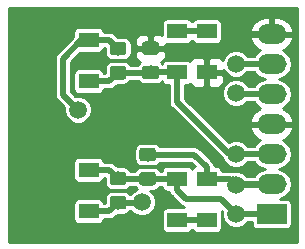
<source format=gbr>
G04 #@! TF.GenerationSoftware,KiCad,Pcbnew,5.0.0*
G04 #@! TF.CreationDate,2018-08-13T16:41:50-03:00*
G04 #@! TF.ProjectId,drv18,64727631382E6B696361645F70636200,rev?*
G04 #@! TF.SameCoordinates,Original*
G04 #@! TF.FileFunction,Copper,L1,Top,Signal*
G04 #@! TF.FilePolarity,Positive*
%FSLAX46Y46*%
G04 Gerber Fmt 4.6, Leading zero omitted, Abs format (unit mm)*
G04 Created by KiCad (PCBNEW 5.0.0) date Mon Aug 13 16:41:50 2018*
%MOMM*%
%LPD*%
G01*
G04 APERTURE LIST*
G04 #@! TA.AperFunction,SMDPad,CuDef*
%ADD10R,1.700000X1.300000*%
G04 #@! TD*
G04 #@! TA.AperFunction,ComponentPad*
%ADD11R,2.500000X1.700000*%
G04 #@! TD*
G04 #@! TA.AperFunction,ComponentPad*
%ADD12O,2.500000X1.700000*%
G04 #@! TD*
G04 #@! TA.AperFunction,Conductor*
%ADD13C,0.100000*%
G04 #@! TD*
G04 #@! TA.AperFunction,SMDPad,CuDef*
%ADD14C,1.150000*%
G04 #@! TD*
G04 #@! TA.AperFunction,ViaPad*
%ADD15C,1.500000*%
G04 #@! TD*
G04 #@! TA.AperFunction,Conductor*
%ADD16C,0.508000*%
G04 #@! TD*
G04 #@! TA.AperFunction,Conductor*
%ADD17C,0.254000*%
G04 #@! TD*
G04 APERTURE END LIST*
D10*
G04 #@! TO.P,D106,1*
G04 #@! TO.N,Net-(D106-Pad1)*
X160750000Y-81500000D03*
G04 #@! TO.P,D106,2*
G04 #@! TO.N,/LG*
X160750000Y-85000000D03*
G04 #@! TD*
G04 #@! TO.P,D107,2*
G04 #@! TO.N,GND*
X163250000Y-85000000D03*
G04 #@! TO.P,D107,1*
G04 #@! TO.N,Net-(D106-Pad1)*
X163250000Y-81500000D03*
G04 #@! TD*
G04 #@! TO.P,D105,1*
G04 #@! TO.N,Net-(D105-Pad1)*
X153250000Y-82250000D03*
G04 #@! TO.P,D105,2*
G04 #@! TO.N,/LG*
X153250000Y-85750000D03*
G04 #@! TD*
G04 #@! TO.P,D103,2*
G04 #@! TO.N,/HG*
X160750000Y-94000000D03*
G04 #@! TO.P,D103,1*
G04 #@! TO.N,Net-(D103-Pad1)*
X160750000Y-97500000D03*
G04 #@! TD*
G04 #@! TO.P,D101,2*
G04 #@! TO.N,/HG*
X153250000Y-93250000D03*
G04 #@! TO.P,D101,1*
G04 #@! TO.N,Net-(D101-Pad1)*
X153250000Y-96750000D03*
G04 #@! TD*
G04 #@! TO.P,D104,1*
G04 #@! TO.N,Net-(D103-Pad1)*
X163250000Y-97500000D03*
G04 #@! TO.P,D104,2*
G04 #@! TO.N,/HS*
X163250000Y-94000000D03*
G04 #@! TD*
D11*
G04 #@! TO.P,J101,1*
G04 #@! TO.N,/HG*
X168750000Y-97000000D03*
D12*
G04 #@! TO.P,J101,2*
G04 #@! TO.N,/HS*
X168750000Y-94460000D03*
G04 #@! TO.P,J101,3*
G04 #@! TO.N,/LG*
X168750000Y-91920000D03*
G04 #@! TO.P,J101,4*
G04 #@! TO.N,GND*
X168750000Y-89380000D03*
G04 #@! TO.P,J101,5*
G04 #@! TO.N,+12V*
X168750000Y-86840000D03*
G04 #@! TO.P,J101,6*
G04 #@! TO.N,/PWM_IN*
X168750000Y-84300000D03*
G04 #@! TO.P,J101,7*
G04 #@! TO.N,GND*
X168750000Y-81760000D03*
G04 #@! TD*
D13*
G04 #@! TO.N,GND*
G04 #@! TO.C,R105*
G36*
X158974505Y-82376204D02*
X158998773Y-82379804D01*
X159022572Y-82385765D01*
X159045671Y-82394030D01*
X159067850Y-82404520D01*
X159088893Y-82417132D01*
X159108599Y-82431747D01*
X159126777Y-82448223D01*
X159143253Y-82466401D01*
X159157868Y-82486107D01*
X159170480Y-82507150D01*
X159180970Y-82529329D01*
X159189235Y-82552428D01*
X159195196Y-82576227D01*
X159198796Y-82600495D01*
X159200000Y-82624999D01*
X159200000Y-83275001D01*
X159198796Y-83299505D01*
X159195196Y-83323773D01*
X159189235Y-83347572D01*
X159180970Y-83370671D01*
X159170480Y-83392850D01*
X159157868Y-83413893D01*
X159143253Y-83433599D01*
X159126777Y-83451777D01*
X159108599Y-83468253D01*
X159088893Y-83482868D01*
X159067850Y-83495480D01*
X159045671Y-83505970D01*
X159022572Y-83514235D01*
X158998773Y-83520196D01*
X158974505Y-83523796D01*
X158950001Y-83525000D01*
X158049999Y-83525000D01*
X158025495Y-83523796D01*
X158001227Y-83520196D01*
X157977428Y-83514235D01*
X157954329Y-83505970D01*
X157932150Y-83495480D01*
X157911107Y-83482868D01*
X157891401Y-83468253D01*
X157873223Y-83451777D01*
X157856747Y-83433599D01*
X157842132Y-83413893D01*
X157829520Y-83392850D01*
X157819030Y-83370671D01*
X157810765Y-83347572D01*
X157804804Y-83323773D01*
X157801204Y-83299505D01*
X157800000Y-83275001D01*
X157800000Y-82624999D01*
X157801204Y-82600495D01*
X157804804Y-82576227D01*
X157810765Y-82552428D01*
X157819030Y-82529329D01*
X157829520Y-82507150D01*
X157842132Y-82486107D01*
X157856747Y-82466401D01*
X157873223Y-82448223D01*
X157891401Y-82431747D01*
X157911107Y-82417132D01*
X157932150Y-82404520D01*
X157954329Y-82394030D01*
X157977428Y-82385765D01*
X158001227Y-82379804D01*
X158025495Y-82376204D01*
X158049999Y-82375000D01*
X158950001Y-82375000D01*
X158974505Y-82376204D01*
X158974505Y-82376204D01*
G37*
D14*
G04 #@! TD*
G04 #@! TO.P,R105,2*
G04 #@! TO.N,GND*
X158500000Y-82950000D03*
D13*
G04 #@! TO.N,/LG*
G04 #@! TO.C,R105*
G36*
X158974505Y-84426204D02*
X158998773Y-84429804D01*
X159022572Y-84435765D01*
X159045671Y-84444030D01*
X159067850Y-84454520D01*
X159088893Y-84467132D01*
X159108599Y-84481747D01*
X159126777Y-84498223D01*
X159143253Y-84516401D01*
X159157868Y-84536107D01*
X159170480Y-84557150D01*
X159180970Y-84579329D01*
X159189235Y-84602428D01*
X159195196Y-84626227D01*
X159198796Y-84650495D01*
X159200000Y-84674999D01*
X159200000Y-85325001D01*
X159198796Y-85349505D01*
X159195196Y-85373773D01*
X159189235Y-85397572D01*
X159180970Y-85420671D01*
X159170480Y-85442850D01*
X159157868Y-85463893D01*
X159143253Y-85483599D01*
X159126777Y-85501777D01*
X159108599Y-85518253D01*
X159088893Y-85532868D01*
X159067850Y-85545480D01*
X159045671Y-85555970D01*
X159022572Y-85564235D01*
X158998773Y-85570196D01*
X158974505Y-85573796D01*
X158950001Y-85575000D01*
X158049999Y-85575000D01*
X158025495Y-85573796D01*
X158001227Y-85570196D01*
X157977428Y-85564235D01*
X157954329Y-85555970D01*
X157932150Y-85545480D01*
X157911107Y-85532868D01*
X157891401Y-85518253D01*
X157873223Y-85501777D01*
X157856747Y-85483599D01*
X157842132Y-85463893D01*
X157829520Y-85442850D01*
X157819030Y-85420671D01*
X157810765Y-85397572D01*
X157804804Y-85373773D01*
X157801204Y-85349505D01*
X157800000Y-85325001D01*
X157800000Y-84674999D01*
X157801204Y-84650495D01*
X157804804Y-84626227D01*
X157810765Y-84602428D01*
X157819030Y-84579329D01*
X157829520Y-84557150D01*
X157842132Y-84536107D01*
X157856747Y-84516401D01*
X157873223Y-84498223D01*
X157891401Y-84481747D01*
X157911107Y-84467132D01*
X157932150Y-84454520D01*
X157954329Y-84444030D01*
X157977428Y-84435765D01*
X158001227Y-84429804D01*
X158025495Y-84426204D01*
X158049999Y-84425000D01*
X158950001Y-84425000D01*
X158974505Y-84426204D01*
X158974505Y-84426204D01*
G37*
D14*
G04 #@! TD*
G04 #@! TO.P,R105,1*
G04 #@! TO.N,/LG*
X158500000Y-85000000D03*
D13*
G04 #@! TO.N,/HG*
G04 #@! TO.C,R101*
G36*
X158724505Y-93426204D02*
X158748773Y-93429804D01*
X158772572Y-93435765D01*
X158795671Y-93444030D01*
X158817850Y-93454520D01*
X158838893Y-93467132D01*
X158858599Y-93481747D01*
X158876777Y-93498223D01*
X158893253Y-93516401D01*
X158907868Y-93536107D01*
X158920480Y-93557150D01*
X158930970Y-93579329D01*
X158939235Y-93602428D01*
X158945196Y-93626227D01*
X158948796Y-93650495D01*
X158950000Y-93674999D01*
X158950000Y-94325001D01*
X158948796Y-94349505D01*
X158945196Y-94373773D01*
X158939235Y-94397572D01*
X158930970Y-94420671D01*
X158920480Y-94442850D01*
X158907868Y-94463893D01*
X158893253Y-94483599D01*
X158876777Y-94501777D01*
X158858599Y-94518253D01*
X158838893Y-94532868D01*
X158817850Y-94545480D01*
X158795671Y-94555970D01*
X158772572Y-94564235D01*
X158748773Y-94570196D01*
X158724505Y-94573796D01*
X158700001Y-94575000D01*
X157799999Y-94575000D01*
X157775495Y-94573796D01*
X157751227Y-94570196D01*
X157727428Y-94564235D01*
X157704329Y-94555970D01*
X157682150Y-94545480D01*
X157661107Y-94532868D01*
X157641401Y-94518253D01*
X157623223Y-94501777D01*
X157606747Y-94483599D01*
X157592132Y-94463893D01*
X157579520Y-94442850D01*
X157569030Y-94420671D01*
X157560765Y-94397572D01*
X157554804Y-94373773D01*
X157551204Y-94349505D01*
X157550000Y-94325001D01*
X157550000Y-93674999D01*
X157551204Y-93650495D01*
X157554804Y-93626227D01*
X157560765Y-93602428D01*
X157569030Y-93579329D01*
X157579520Y-93557150D01*
X157592132Y-93536107D01*
X157606747Y-93516401D01*
X157623223Y-93498223D01*
X157641401Y-93481747D01*
X157661107Y-93467132D01*
X157682150Y-93454520D01*
X157704329Y-93444030D01*
X157727428Y-93435765D01*
X157751227Y-93429804D01*
X157775495Y-93426204D01*
X157799999Y-93425000D01*
X158700001Y-93425000D01*
X158724505Y-93426204D01*
X158724505Y-93426204D01*
G37*
D14*
G04 #@! TD*
G04 #@! TO.P,R101,2*
G04 #@! TO.N,/HG*
X158250000Y-94000000D03*
D13*
G04 #@! TO.N,/HS*
G04 #@! TO.C,R101*
G36*
X158724505Y-91376204D02*
X158748773Y-91379804D01*
X158772572Y-91385765D01*
X158795671Y-91394030D01*
X158817850Y-91404520D01*
X158838893Y-91417132D01*
X158858599Y-91431747D01*
X158876777Y-91448223D01*
X158893253Y-91466401D01*
X158907868Y-91486107D01*
X158920480Y-91507150D01*
X158930970Y-91529329D01*
X158939235Y-91552428D01*
X158945196Y-91576227D01*
X158948796Y-91600495D01*
X158950000Y-91624999D01*
X158950000Y-92275001D01*
X158948796Y-92299505D01*
X158945196Y-92323773D01*
X158939235Y-92347572D01*
X158930970Y-92370671D01*
X158920480Y-92392850D01*
X158907868Y-92413893D01*
X158893253Y-92433599D01*
X158876777Y-92451777D01*
X158858599Y-92468253D01*
X158838893Y-92482868D01*
X158817850Y-92495480D01*
X158795671Y-92505970D01*
X158772572Y-92514235D01*
X158748773Y-92520196D01*
X158724505Y-92523796D01*
X158700001Y-92525000D01*
X157799999Y-92525000D01*
X157775495Y-92523796D01*
X157751227Y-92520196D01*
X157727428Y-92514235D01*
X157704329Y-92505970D01*
X157682150Y-92495480D01*
X157661107Y-92482868D01*
X157641401Y-92468253D01*
X157623223Y-92451777D01*
X157606747Y-92433599D01*
X157592132Y-92413893D01*
X157579520Y-92392850D01*
X157569030Y-92370671D01*
X157560765Y-92347572D01*
X157554804Y-92323773D01*
X157551204Y-92299505D01*
X157550000Y-92275001D01*
X157550000Y-91624999D01*
X157551204Y-91600495D01*
X157554804Y-91576227D01*
X157560765Y-91552428D01*
X157569030Y-91529329D01*
X157579520Y-91507150D01*
X157592132Y-91486107D01*
X157606747Y-91466401D01*
X157623223Y-91448223D01*
X157641401Y-91431747D01*
X157661107Y-91417132D01*
X157682150Y-91404520D01*
X157704329Y-91394030D01*
X157727428Y-91385765D01*
X157751227Y-91379804D01*
X157775495Y-91376204D01*
X157799999Y-91375000D01*
X158700001Y-91375000D01*
X158724505Y-91376204D01*
X158724505Y-91376204D01*
G37*
D14*
G04 #@! TD*
G04 #@! TO.P,R101,1*
G04 #@! TO.N,/HS*
X158250000Y-91950000D03*
D13*
G04 #@! TO.N,/HG*
G04 #@! TO.C,R102*
G36*
X156224505Y-93401204D02*
X156248773Y-93404804D01*
X156272572Y-93410765D01*
X156295671Y-93419030D01*
X156317850Y-93429520D01*
X156338893Y-93442132D01*
X156358599Y-93456747D01*
X156376777Y-93473223D01*
X156393253Y-93491401D01*
X156407868Y-93511107D01*
X156420480Y-93532150D01*
X156430970Y-93554329D01*
X156439235Y-93577428D01*
X156445196Y-93601227D01*
X156448796Y-93625495D01*
X156450000Y-93649999D01*
X156450000Y-94300001D01*
X156448796Y-94324505D01*
X156445196Y-94348773D01*
X156439235Y-94372572D01*
X156430970Y-94395671D01*
X156420480Y-94417850D01*
X156407868Y-94438893D01*
X156393253Y-94458599D01*
X156376777Y-94476777D01*
X156358599Y-94493253D01*
X156338893Y-94507868D01*
X156317850Y-94520480D01*
X156295671Y-94530970D01*
X156272572Y-94539235D01*
X156248773Y-94545196D01*
X156224505Y-94548796D01*
X156200001Y-94550000D01*
X155299999Y-94550000D01*
X155275495Y-94548796D01*
X155251227Y-94545196D01*
X155227428Y-94539235D01*
X155204329Y-94530970D01*
X155182150Y-94520480D01*
X155161107Y-94507868D01*
X155141401Y-94493253D01*
X155123223Y-94476777D01*
X155106747Y-94458599D01*
X155092132Y-94438893D01*
X155079520Y-94417850D01*
X155069030Y-94395671D01*
X155060765Y-94372572D01*
X155054804Y-94348773D01*
X155051204Y-94324505D01*
X155050000Y-94300001D01*
X155050000Y-93649999D01*
X155051204Y-93625495D01*
X155054804Y-93601227D01*
X155060765Y-93577428D01*
X155069030Y-93554329D01*
X155079520Y-93532150D01*
X155092132Y-93511107D01*
X155106747Y-93491401D01*
X155123223Y-93473223D01*
X155141401Y-93456747D01*
X155161107Y-93442132D01*
X155182150Y-93429520D01*
X155204329Y-93419030D01*
X155227428Y-93410765D01*
X155251227Y-93404804D01*
X155275495Y-93401204D01*
X155299999Y-93400000D01*
X156200001Y-93400000D01*
X156224505Y-93401204D01*
X156224505Y-93401204D01*
G37*
D14*
G04 #@! TD*
G04 #@! TO.P,R102,1*
G04 #@! TO.N,/HG*
X155750000Y-93975000D03*
D13*
G04 #@! TO.N,Net-(D101-Pad1)*
G04 #@! TO.C,R102*
G36*
X156224505Y-95451204D02*
X156248773Y-95454804D01*
X156272572Y-95460765D01*
X156295671Y-95469030D01*
X156317850Y-95479520D01*
X156338893Y-95492132D01*
X156358599Y-95506747D01*
X156376777Y-95523223D01*
X156393253Y-95541401D01*
X156407868Y-95561107D01*
X156420480Y-95582150D01*
X156430970Y-95604329D01*
X156439235Y-95627428D01*
X156445196Y-95651227D01*
X156448796Y-95675495D01*
X156450000Y-95699999D01*
X156450000Y-96350001D01*
X156448796Y-96374505D01*
X156445196Y-96398773D01*
X156439235Y-96422572D01*
X156430970Y-96445671D01*
X156420480Y-96467850D01*
X156407868Y-96488893D01*
X156393253Y-96508599D01*
X156376777Y-96526777D01*
X156358599Y-96543253D01*
X156338893Y-96557868D01*
X156317850Y-96570480D01*
X156295671Y-96580970D01*
X156272572Y-96589235D01*
X156248773Y-96595196D01*
X156224505Y-96598796D01*
X156200001Y-96600000D01*
X155299999Y-96600000D01*
X155275495Y-96598796D01*
X155251227Y-96595196D01*
X155227428Y-96589235D01*
X155204329Y-96580970D01*
X155182150Y-96570480D01*
X155161107Y-96557868D01*
X155141401Y-96543253D01*
X155123223Y-96526777D01*
X155106747Y-96508599D01*
X155092132Y-96488893D01*
X155079520Y-96467850D01*
X155069030Y-96445671D01*
X155060765Y-96422572D01*
X155054804Y-96398773D01*
X155051204Y-96374505D01*
X155050000Y-96350001D01*
X155050000Y-95699999D01*
X155051204Y-95675495D01*
X155054804Y-95651227D01*
X155060765Y-95627428D01*
X155069030Y-95604329D01*
X155079520Y-95582150D01*
X155092132Y-95561107D01*
X155106747Y-95541401D01*
X155123223Y-95523223D01*
X155141401Y-95506747D01*
X155161107Y-95492132D01*
X155182150Y-95479520D01*
X155204329Y-95469030D01*
X155227428Y-95460765D01*
X155251227Y-95454804D01*
X155275495Y-95451204D01*
X155299999Y-95450000D01*
X156200001Y-95450000D01*
X156224505Y-95451204D01*
X156224505Y-95451204D01*
G37*
D14*
G04 #@! TD*
G04 #@! TO.P,R102,2*
G04 #@! TO.N,Net-(D101-Pad1)*
X155750000Y-96025000D03*
D13*
G04 #@! TO.N,/LG*
G04 #@! TO.C,R104*
G36*
X156224505Y-84451204D02*
X156248773Y-84454804D01*
X156272572Y-84460765D01*
X156295671Y-84469030D01*
X156317850Y-84479520D01*
X156338893Y-84492132D01*
X156358599Y-84506747D01*
X156376777Y-84523223D01*
X156393253Y-84541401D01*
X156407868Y-84561107D01*
X156420480Y-84582150D01*
X156430970Y-84604329D01*
X156439235Y-84627428D01*
X156445196Y-84651227D01*
X156448796Y-84675495D01*
X156450000Y-84699999D01*
X156450000Y-85350001D01*
X156448796Y-85374505D01*
X156445196Y-85398773D01*
X156439235Y-85422572D01*
X156430970Y-85445671D01*
X156420480Y-85467850D01*
X156407868Y-85488893D01*
X156393253Y-85508599D01*
X156376777Y-85526777D01*
X156358599Y-85543253D01*
X156338893Y-85557868D01*
X156317850Y-85570480D01*
X156295671Y-85580970D01*
X156272572Y-85589235D01*
X156248773Y-85595196D01*
X156224505Y-85598796D01*
X156200001Y-85600000D01*
X155299999Y-85600000D01*
X155275495Y-85598796D01*
X155251227Y-85595196D01*
X155227428Y-85589235D01*
X155204329Y-85580970D01*
X155182150Y-85570480D01*
X155161107Y-85557868D01*
X155141401Y-85543253D01*
X155123223Y-85526777D01*
X155106747Y-85508599D01*
X155092132Y-85488893D01*
X155079520Y-85467850D01*
X155069030Y-85445671D01*
X155060765Y-85422572D01*
X155054804Y-85398773D01*
X155051204Y-85374505D01*
X155050000Y-85350001D01*
X155050000Y-84699999D01*
X155051204Y-84675495D01*
X155054804Y-84651227D01*
X155060765Y-84627428D01*
X155069030Y-84604329D01*
X155079520Y-84582150D01*
X155092132Y-84561107D01*
X155106747Y-84541401D01*
X155123223Y-84523223D01*
X155141401Y-84506747D01*
X155161107Y-84492132D01*
X155182150Y-84479520D01*
X155204329Y-84469030D01*
X155227428Y-84460765D01*
X155251227Y-84454804D01*
X155275495Y-84451204D01*
X155299999Y-84450000D01*
X156200001Y-84450000D01*
X156224505Y-84451204D01*
X156224505Y-84451204D01*
G37*
D14*
G04 #@! TD*
G04 #@! TO.P,R104,1*
G04 #@! TO.N,/LG*
X155750000Y-85025000D03*
D13*
G04 #@! TO.N,Net-(D105-Pad1)*
G04 #@! TO.C,R104*
G36*
X156224505Y-82401204D02*
X156248773Y-82404804D01*
X156272572Y-82410765D01*
X156295671Y-82419030D01*
X156317850Y-82429520D01*
X156338893Y-82442132D01*
X156358599Y-82456747D01*
X156376777Y-82473223D01*
X156393253Y-82491401D01*
X156407868Y-82511107D01*
X156420480Y-82532150D01*
X156430970Y-82554329D01*
X156439235Y-82577428D01*
X156445196Y-82601227D01*
X156448796Y-82625495D01*
X156450000Y-82649999D01*
X156450000Y-83300001D01*
X156448796Y-83324505D01*
X156445196Y-83348773D01*
X156439235Y-83372572D01*
X156430970Y-83395671D01*
X156420480Y-83417850D01*
X156407868Y-83438893D01*
X156393253Y-83458599D01*
X156376777Y-83476777D01*
X156358599Y-83493253D01*
X156338893Y-83507868D01*
X156317850Y-83520480D01*
X156295671Y-83530970D01*
X156272572Y-83539235D01*
X156248773Y-83545196D01*
X156224505Y-83548796D01*
X156200001Y-83550000D01*
X155299999Y-83550000D01*
X155275495Y-83548796D01*
X155251227Y-83545196D01*
X155227428Y-83539235D01*
X155204329Y-83530970D01*
X155182150Y-83520480D01*
X155161107Y-83507868D01*
X155141401Y-83493253D01*
X155123223Y-83476777D01*
X155106747Y-83458599D01*
X155092132Y-83438893D01*
X155079520Y-83417850D01*
X155069030Y-83395671D01*
X155060765Y-83372572D01*
X155054804Y-83348773D01*
X155051204Y-83324505D01*
X155050000Y-83300001D01*
X155050000Y-82649999D01*
X155051204Y-82625495D01*
X155054804Y-82601227D01*
X155060765Y-82577428D01*
X155069030Y-82554329D01*
X155079520Y-82532150D01*
X155092132Y-82511107D01*
X155106747Y-82491401D01*
X155123223Y-82473223D01*
X155141401Y-82456747D01*
X155161107Y-82442132D01*
X155182150Y-82429520D01*
X155204329Y-82419030D01*
X155227428Y-82410765D01*
X155251227Y-82404804D01*
X155275495Y-82401204D01*
X155299999Y-82400000D01*
X156200001Y-82400000D01*
X156224505Y-82401204D01*
X156224505Y-82401204D01*
G37*
D14*
G04 #@! TD*
G04 #@! TO.P,R104,2*
G04 #@! TO.N,Net-(D105-Pad1)*
X155750000Y-82975000D03*
D15*
G04 #@! TO.N,/LG*
X165750000Y-91920000D03*
G04 #@! TO.N,Net-(D105-Pad1)*
X152342000Y-88144000D03*
G04 #@! TO.N,GND*
X165750000Y-81750000D03*
X165750000Y-89500000D03*
G04 #@! TO.N,/HG*
X165750000Y-97000000D03*
G04 #@! TO.N,Net-(D101-Pad1)*
X157750000Y-96000000D03*
G04 #@! TO.N,/HS*
X165750000Y-94500000D03*
G04 #@! TO.N,+12V*
X165750000Y-86750000D03*
G04 #@! TO.N,/PWM_IN*
X165750000Y-84250000D03*
G04 #@! TD*
D16*
G04 #@! TO.N,/LG*
X160750000Y-85000000D02*
X160750000Y-87500000D01*
X160750000Y-87500000D02*
X165170000Y-91920000D01*
X155025000Y-85750000D02*
X155750000Y-85025000D01*
X153250000Y-85750000D02*
X155025000Y-85750000D01*
X158475000Y-85025000D02*
X158500000Y-85000000D01*
X155750000Y-85025000D02*
X158475000Y-85025000D01*
X158500000Y-85000000D02*
X160750000Y-85000000D01*
X168750000Y-91920000D02*
X165750000Y-91920000D01*
X165170000Y-91920000D02*
X165750000Y-91920000D01*
G04 #@! TO.N,Net-(D105-Pad1)*
X155025000Y-82250000D02*
X155750000Y-82975000D01*
X153250000Y-82250000D02*
X155025000Y-82250000D01*
X151072000Y-83826000D02*
X151072000Y-86874000D01*
X151072000Y-86874000D02*
X152342000Y-88144000D01*
X153250000Y-82250000D02*
X152648000Y-82250000D01*
X152648000Y-82250000D02*
X151072000Y-83826000D01*
G04 #@! TO.N,GND*
X168750000Y-81760000D02*
X165760000Y-81760000D01*
X165760000Y-81760000D02*
X165750000Y-81750000D01*
G04 #@! TO.N,/HG*
X155775000Y-94000000D02*
X155750000Y-93975000D01*
X158250000Y-94000000D02*
X155775000Y-94000000D01*
X155025000Y-93250000D02*
X155750000Y-93975000D01*
X153250000Y-93250000D02*
X155025000Y-93250000D01*
X158250000Y-94000000D02*
X160750000Y-94000000D01*
X160750000Y-94000000D02*
X160750000Y-94954800D01*
X168750000Y-97000000D02*
X165750000Y-97000000D01*
X164500000Y-95750000D02*
X165000001Y-96250001D01*
X165000001Y-96250001D02*
X165750000Y-97000000D01*
X161545200Y-95750000D02*
X164500000Y-95750000D01*
X160750000Y-94954800D02*
X161545200Y-95750000D01*
G04 #@! TO.N,Net-(D101-Pad1)*
X157725000Y-96025000D02*
X157750000Y-96000000D01*
X155750000Y-96025000D02*
X157725000Y-96025000D01*
X155025000Y-96750000D02*
X155750000Y-96025000D01*
X153250000Y-96750000D02*
X155025000Y-96750000D01*
G04 #@! TO.N,/HS*
X168710000Y-94500000D02*
X168750000Y-94460000D01*
X166000000Y-94500000D02*
X168710000Y-94500000D01*
X166000000Y-94500000D02*
X165500000Y-94000000D01*
X163250000Y-93000000D02*
X163250000Y-94000000D01*
X158250000Y-91950000D02*
X162200000Y-91950000D01*
X162200000Y-91950000D02*
X163250000Y-93000000D01*
X165500000Y-94000000D02*
X165750000Y-94250000D01*
X165790000Y-94460000D02*
X165750000Y-94500000D01*
X168750000Y-94460000D02*
X165790000Y-94460000D01*
X165750000Y-94250000D02*
X165750000Y-94500000D01*
X165250000Y-94000000D02*
X165750000Y-94500000D01*
X163250000Y-94000000D02*
X165250000Y-94000000D01*
G04 #@! TO.N,Net-(D106-Pad1)*
X163250000Y-81500000D02*
X160750000Y-81500000D01*
G04 #@! TO.N,+12V*
X165839996Y-86839996D02*
X165750000Y-86750000D01*
X165839996Y-86840000D02*
X165839996Y-86839996D01*
X165840000Y-86840000D02*
X165750000Y-86750000D01*
X168750000Y-86840000D02*
X165840000Y-86840000D01*
G04 #@! TO.N,/PWM_IN*
X168750000Y-84300000D02*
X165800000Y-84300000D01*
X165800000Y-84300000D02*
X165750000Y-84250000D01*
G04 #@! TO.N,Net-(D103-Pad1)*
X163250000Y-97500000D02*
X160750000Y-97500000D01*
G04 #@! TD*
D17*
G04 #@! TO.N,GND*
G36*
X170885201Y-99321200D02*
X146498800Y-99321200D01*
X146498800Y-83826000D01*
X150372765Y-83826000D01*
X150386200Y-83893542D01*
X150386201Y-86806453D01*
X150372765Y-86874000D01*
X150425991Y-87141585D01*
X150425992Y-87141586D01*
X150577567Y-87368434D01*
X150634830Y-87406696D01*
X151160200Y-87932066D01*
X151160200Y-88379075D01*
X151340118Y-88813436D01*
X151672564Y-89145882D01*
X152106925Y-89325800D01*
X152577075Y-89325800D01*
X153011436Y-89145882D01*
X153343882Y-88813436D01*
X153523800Y-88379075D01*
X153523800Y-87908925D01*
X153343882Y-87474564D01*
X153011436Y-87142118D01*
X152577075Y-86962200D01*
X152130066Y-86962200D01*
X151757800Y-86589934D01*
X151757800Y-85100000D01*
X151959741Y-85100000D01*
X151959741Y-86400000D01*
X151993254Y-86568480D01*
X152088690Y-86711310D01*
X152231520Y-86806746D01*
X152400000Y-86840259D01*
X154100000Y-86840259D01*
X154268480Y-86806746D01*
X154411310Y-86711310D01*
X154506746Y-86568480D01*
X154533138Y-86435800D01*
X154957458Y-86435800D01*
X155025000Y-86449235D01*
X155092542Y-86435800D01*
X155092543Y-86435800D01*
X155292586Y-86396009D01*
X155519434Y-86244434D01*
X155557697Y-86187169D01*
X155704608Y-86040259D01*
X156200001Y-86040259D01*
X156464151Y-85987716D01*
X156688087Y-85838087D01*
X156773137Y-85710800D01*
X157493567Y-85710800D01*
X157561913Y-85813087D01*
X157785849Y-85962716D01*
X158049999Y-86015259D01*
X158950001Y-86015259D01*
X159214151Y-85962716D01*
X159438087Y-85813087D01*
X159479772Y-85750701D01*
X159493254Y-85818480D01*
X159588690Y-85961310D01*
X159731520Y-86056746D01*
X159900000Y-86090259D01*
X160064200Y-86090259D01*
X160064201Y-87432453D01*
X160050765Y-87500000D01*
X160103991Y-87767585D01*
X160103992Y-87767586D01*
X160255567Y-87994434D01*
X160312830Y-88032696D01*
X164637304Y-92357171D01*
X164675566Y-92414434D01*
X164675654Y-92414493D01*
X164748118Y-92589436D01*
X165080564Y-92921882D01*
X165514925Y-93101800D01*
X165985075Y-93101800D01*
X166419436Y-92921882D01*
X166735518Y-92605800D01*
X167266630Y-92605800D01*
X167425874Y-92844126D01*
X167849867Y-93127428D01*
X168164437Y-93190000D01*
X167849867Y-93252572D01*
X167425874Y-93535874D01*
X167266630Y-93774200D01*
X166695518Y-93774200D01*
X166419436Y-93498118D01*
X165985075Y-93318200D01*
X165587652Y-93318200D01*
X165500000Y-93300765D01*
X165375000Y-93325629D01*
X165317543Y-93314200D01*
X165317542Y-93314200D01*
X165250000Y-93300765D01*
X165182458Y-93314200D01*
X164533138Y-93314200D01*
X164506746Y-93181520D01*
X164411310Y-93038690D01*
X164268480Y-92943254D01*
X164100000Y-92909741D01*
X163931282Y-92909741D01*
X163896009Y-92732414D01*
X163804865Y-92596009D01*
X163744433Y-92505566D01*
X163687173Y-92467306D01*
X162732698Y-91512832D01*
X162694434Y-91455566D01*
X162467586Y-91303991D01*
X162267543Y-91264200D01*
X162267542Y-91264200D01*
X162200000Y-91250765D01*
X162132458Y-91264200D01*
X159273137Y-91264200D01*
X159188087Y-91136913D01*
X158964151Y-90987284D01*
X158700001Y-90934741D01*
X157799999Y-90934741D01*
X157535849Y-90987284D01*
X157311913Y-91136913D01*
X157162284Y-91360849D01*
X157109741Y-91624999D01*
X157109741Y-92275001D01*
X157162284Y-92539151D01*
X157311913Y-92763087D01*
X157535849Y-92912716D01*
X157799999Y-92965259D01*
X158700001Y-92965259D01*
X158964151Y-92912716D01*
X159188087Y-92763087D01*
X159273137Y-92635800D01*
X161915934Y-92635800D01*
X162226645Y-92946511D01*
X162088690Y-93038690D01*
X162000000Y-93171424D01*
X161911310Y-93038690D01*
X161768480Y-92943254D01*
X161600000Y-92909741D01*
X159900000Y-92909741D01*
X159731520Y-92943254D01*
X159588690Y-93038690D01*
X159493254Y-93181520D01*
X159466862Y-93314200D01*
X159273137Y-93314200D01*
X159188087Y-93186913D01*
X158964151Y-93037284D01*
X158700001Y-92984741D01*
X157799999Y-92984741D01*
X157535849Y-93037284D01*
X157311913Y-93186913D01*
X157226863Y-93314200D01*
X156789842Y-93314200D01*
X156688087Y-93161913D01*
X156464151Y-93012284D01*
X156200001Y-92959741D01*
X155704608Y-92959741D01*
X155557697Y-92812831D01*
X155519434Y-92755566D01*
X155292586Y-92603991D01*
X155092543Y-92564200D01*
X155092542Y-92564200D01*
X155025000Y-92550765D01*
X154957458Y-92564200D01*
X154533138Y-92564200D01*
X154506746Y-92431520D01*
X154411310Y-92288690D01*
X154268480Y-92193254D01*
X154100000Y-92159741D01*
X152400000Y-92159741D01*
X152231520Y-92193254D01*
X152088690Y-92288690D01*
X151993254Y-92431520D01*
X151959741Y-92600000D01*
X151959741Y-93900000D01*
X151993254Y-94068480D01*
X152088690Y-94211310D01*
X152231520Y-94306746D01*
X152400000Y-94340259D01*
X154100000Y-94340259D01*
X154268480Y-94306746D01*
X154411310Y-94211310D01*
X154506746Y-94068480D01*
X154533138Y-93935800D01*
X154609741Y-93935800D01*
X154609741Y-94300001D01*
X154662284Y-94564151D01*
X154811913Y-94788087D01*
X155035849Y-94937716D01*
X155299999Y-94990259D01*
X156200001Y-94990259D01*
X156464151Y-94937716D01*
X156688087Y-94788087D01*
X156756433Y-94685800D01*
X157226863Y-94685800D01*
X157311913Y-94813087D01*
X157394326Y-94868154D01*
X157080564Y-94998118D01*
X156759657Y-95319025D01*
X156688087Y-95211913D01*
X156464151Y-95062284D01*
X156200001Y-95009741D01*
X155299999Y-95009741D01*
X155035849Y-95062284D01*
X154811913Y-95211913D01*
X154662284Y-95435849D01*
X154609741Y-95699999D01*
X154609741Y-96064200D01*
X154533138Y-96064200D01*
X154506746Y-95931520D01*
X154411310Y-95788690D01*
X154268480Y-95693254D01*
X154100000Y-95659741D01*
X152400000Y-95659741D01*
X152231520Y-95693254D01*
X152088690Y-95788690D01*
X151993254Y-95931520D01*
X151959741Y-96100000D01*
X151959741Y-97400000D01*
X151993254Y-97568480D01*
X152088690Y-97711310D01*
X152231520Y-97806746D01*
X152400000Y-97840259D01*
X154100000Y-97840259D01*
X154268480Y-97806746D01*
X154411310Y-97711310D01*
X154506746Y-97568480D01*
X154533138Y-97435800D01*
X154957458Y-97435800D01*
X155025000Y-97449235D01*
X155092542Y-97435800D01*
X155092543Y-97435800D01*
X155292586Y-97396009D01*
X155519434Y-97244434D01*
X155557697Y-97187169D01*
X155704608Y-97040259D01*
X156200001Y-97040259D01*
X156464151Y-96987716D01*
X156688087Y-96838087D01*
X156773137Y-96710800D01*
X156789482Y-96710800D01*
X157080564Y-97001882D01*
X157514925Y-97181800D01*
X157985075Y-97181800D01*
X158419436Y-97001882D01*
X158751882Y-96669436D01*
X158931800Y-96235075D01*
X158931800Y-95764925D01*
X158751882Y-95330564D01*
X158436577Y-95015259D01*
X158700001Y-95015259D01*
X158964151Y-94962716D01*
X159188087Y-94813087D01*
X159273137Y-94685800D01*
X159466862Y-94685800D01*
X159493254Y-94818480D01*
X159588690Y-94961310D01*
X159731520Y-95056746D01*
X159900000Y-95090259D01*
X160077709Y-95090259D01*
X160103991Y-95222385D01*
X160103992Y-95222386D01*
X160255567Y-95449234D01*
X160312829Y-95487495D01*
X161012505Y-96187173D01*
X161050766Y-96244434D01*
X161108026Y-96282694D01*
X161153123Y-96312827D01*
X161277614Y-96396009D01*
X161346649Y-96409741D01*
X159900000Y-96409741D01*
X159731520Y-96443254D01*
X159588690Y-96538690D01*
X159493254Y-96681520D01*
X159459741Y-96850000D01*
X159459741Y-98150000D01*
X159493254Y-98318480D01*
X159588690Y-98461310D01*
X159731520Y-98556746D01*
X159900000Y-98590259D01*
X161600000Y-98590259D01*
X161768480Y-98556746D01*
X161911310Y-98461310D01*
X162000000Y-98328576D01*
X162088690Y-98461310D01*
X162231520Y-98556746D01*
X162400000Y-98590259D01*
X164100000Y-98590259D01*
X164268480Y-98556746D01*
X164411310Y-98461310D01*
X164506746Y-98318480D01*
X164540259Y-98150000D01*
X164540259Y-96850000D01*
X164517943Y-96737810D01*
X164562829Y-96782696D01*
X164568200Y-96788066D01*
X164568200Y-97235075D01*
X164748118Y-97669436D01*
X165080564Y-98001882D01*
X165514925Y-98181800D01*
X165985075Y-98181800D01*
X166419436Y-98001882D01*
X166735518Y-97685800D01*
X167059741Y-97685800D01*
X167059741Y-97850000D01*
X167093254Y-98018480D01*
X167188690Y-98161310D01*
X167331520Y-98256746D01*
X167500000Y-98290259D01*
X170000000Y-98290259D01*
X170168480Y-98256746D01*
X170311310Y-98161310D01*
X170406746Y-98018480D01*
X170440259Y-97850000D01*
X170440259Y-96150000D01*
X170406746Y-95981520D01*
X170311310Y-95838690D01*
X170168480Y-95743254D01*
X170000000Y-95709741D01*
X169437412Y-95709741D01*
X169650133Y-95667428D01*
X170074126Y-95384126D01*
X170357428Y-94960133D01*
X170456911Y-94460000D01*
X170357428Y-93959867D01*
X170074126Y-93535874D01*
X169650133Y-93252572D01*
X169335563Y-93190000D01*
X169650133Y-93127428D01*
X170074126Y-92844126D01*
X170357428Y-92420133D01*
X170456911Y-91920000D01*
X170357428Y-91419867D01*
X170074126Y-90995874D01*
X169696564Y-90743596D01*
X169835618Y-90703360D01*
X170289856Y-90340251D01*
X170570562Y-89830952D01*
X170591476Y-89736890D01*
X170470155Y-89507000D01*
X168877000Y-89507000D01*
X168877000Y-89527000D01*
X168623000Y-89527000D01*
X168623000Y-89507000D01*
X167029845Y-89507000D01*
X166908524Y-89736890D01*
X166929438Y-89830952D01*
X167210144Y-90340251D01*
X167664382Y-90703360D01*
X167803436Y-90743596D01*
X167425874Y-90995874D01*
X167266630Y-91234200D01*
X166735518Y-91234200D01*
X166419436Y-90918118D01*
X165985075Y-90738200D01*
X165514925Y-90738200D01*
X165121167Y-90901300D01*
X161435800Y-87215934D01*
X161435800Y-86090259D01*
X161600000Y-86090259D01*
X161768480Y-86056746D01*
X161856735Y-85997776D01*
X161861673Y-86009698D01*
X162040301Y-86188327D01*
X162273690Y-86285000D01*
X162964250Y-86285000D01*
X163123000Y-86126250D01*
X163123000Y-85127000D01*
X163377000Y-85127000D01*
X163377000Y-86126250D01*
X163535750Y-86285000D01*
X164226310Y-86285000D01*
X164459699Y-86188327D01*
X164638327Y-86009698D01*
X164735000Y-85776309D01*
X164735000Y-85285750D01*
X164576250Y-85127000D01*
X163377000Y-85127000D01*
X163123000Y-85127000D01*
X163103000Y-85127000D01*
X163103000Y-84873000D01*
X163123000Y-84873000D01*
X163123000Y-83873750D01*
X163377000Y-83873750D01*
X163377000Y-84873000D01*
X164576250Y-84873000D01*
X164684178Y-84765072D01*
X164748118Y-84919436D01*
X165080564Y-85251882D01*
X165514925Y-85431800D01*
X165985075Y-85431800D01*
X166419436Y-85251882D01*
X166685518Y-84985800D01*
X167266630Y-84985800D01*
X167425874Y-85224126D01*
X167849867Y-85507428D01*
X168164437Y-85570000D01*
X167849867Y-85632572D01*
X167425874Y-85915874D01*
X167266630Y-86154200D01*
X166782383Y-86154200D01*
X166751882Y-86080564D01*
X166419436Y-85748118D01*
X165985075Y-85568200D01*
X165514925Y-85568200D01*
X165080564Y-85748118D01*
X164748118Y-86080564D01*
X164568200Y-86514925D01*
X164568200Y-86985075D01*
X164748118Y-87419436D01*
X165080564Y-87751882D01*
X165514925Y-87931800D01*
X165985075Y-87931800D01*
X166419436Y-87751882D01*
X166645518Y-87525800D01*
X167266630Y-87525800D01*
X167425874Y-87764126D01*
X167803436Y-88016404D01*
X167664382Y-88056640D01*
X167210144Y-88419749D01*
X166929438Y-88929048D01*
X166908524Y-89023110D01*
X167029845Y-89253000D01*
X168623000Y-89253000D01*
X168623000Y-89233000D01*
X168877000Y-89233000D01*
X168877000Y-89253000D01*
X170470155Y-89253000D01*
X170591476Y-89023110D01*
X170570562Y-88929048D01*
X170289856Y-88419749D01*
X169835618Y-88056640D01*
X169696564Y-88016404D01*
X170074126Y-87764126D01*
X170357428Y-87340133D01*
X170456911Y-86840000D01*
X170357428Y-86339867D01*
X170074126Y-85915874D01*
X169650133Y-85632572D01*
X169335563Y-85570000D01*
X169650133Y-85507428D01*
X170074126Y-85224126D01*
X170357428Y-84800133D01*
X170456911Y-84300000D01*
X170357428Y-83799867D01*
X170074126Y-83375874D01*
X169696564Y-83123596D01*
X169835618Y-83083360D01*
X170289856Y-82720251D01*
X170570562Y-82210952D01*
X170591476Y-82116890D01*
X170470155Y-81887000D01*
X168877000Y-81887000D01*
X168877000Y-81907000D01*
X168623000Y-81907000D01*
X168623000Y-81887000D01*
X167029845Y-81887000D01*
X166908524Y-82116890D01*
X166929438Y-82210952D01*
X167210144Y-82720251D01*
X167664382Y-83083360D01*
X167803436Y-83123596D01*
X167425874Y-83375874D01*
X167266630Y-83614200D01*
X166765814Y-83614200D01*
X166751882Y-83580564D01*
X166419436Y-83248118D01*
X165985075Y-83068200D01*
X165514925Y-83068200D01*
X165080564Y-83248118D01*
X164748118Y-83580564D01*
X164595952Y-83947926D01*
X164459699Y-83811673D01*
X164226310Y-83715000D01*
X163535750Y-83715000D01*
X163377000Y-83873750D01*
X163123000Y-83873750D01*
X162964250Y-83715000D01*
X162273690Y-83715000D01*
X162040301Y-83811673D01*
X161861673Y-83990302D01*
X161856735Y-84002224D01*
X161768480Y-83943254D01*
X161600000Y-83909741D01*
X159900000Y-83909741D01*
X159731520Y-83943254D01*
X159588690Y-84038690D01*
X159493254Y-84181520D01*
X159479772Y-84249299D01*
X159438087Y-84186913D01*
X159370447Y-84141718D01*
X159559699Y-84063327D01*
X159738327Y-83884698D01*
X159835000Y-83651309D01*
X159835000Y-83235750D01*
X159676250Y-83077000D01*
X158627000Y-83077000D01*
X158627000Y-83097000D01*
X158373000Y-83097000D01*
X158373000Y-83077000D01*
X157323750Y-83077000D01*
X157165000Y-83235750D01*
X157165000Y-83651309D01*
X157261673Y-83884698D01*
X157440301Y-84063327D01*
X157629553Y-84141718D01*
X157561913Y-84186913D01*
X157460158Y-84339200D01*
X156773137Y-84339200D01*
X156688087Y-84211913D01*
X156464151Y-84062284D01*
X156200001Y-84009741D01*
X155299999Y-84009741D01*
X155035849Y-84062284D01*
X154811913Y-84211913D01*
X154662284Y-84435849D01*
X154609741Y-84699999D01*
X154609741Y-85064200D01*
X154533138Y-85064200D01*
X154506746Y-84931520D01*
X154411310Y-84788690D01*
X154268480Y-84693254D01*
X154100000Y-84659741D01*
X152400000Y-84659741D01*
X152231520Y-84693254D01*
X152088690Y-84788690D01*
X151993254Y-84931520D01*
X151959741Y-85100000D01*
X151757800Y-85100000D01*
X151757800Y-84110066D01*
X152527608Y-83340259D01*
X154100000Y-83340259D01*
X154268480Y-83306746D01*
X154411310Y-83211310D01*
X154506746Y-83068480D01*
X154533138Y-82935800D01*
X154609741Y-82935800D01*
X154609741Y-83300001D01*
X154662284Y-83564151D01*
X154811913Y-83788087D01*
X155035849Y-83937716D01*
X155299999Y-83990259D01*
X156200001Y-83990259D01*
X156464151Y-83937716D01*
X156688087Y-83788087D01*
X156837716Y-83564151D01*
X156890259Y-83300001D01*
X156890259Y-82649999D01*
X156837716Y-82385849D01*
X156746071Y-82248691D01*
X157165000Y-82248691D01*
X157165000Y-82664250D01*
X157323750Y-82823000D01*
X158373000Y-82823000D01*
X158373000Y-81898750D01*
X158627000Y-81898750D01*
X158627000Y-82823000D01*
X159676250Y-82823000D01*
X159835000Y-82664250D01*
X159835000Y-82577330D01*
X159900000Y-82590259D01*
X161600000Y-82590259D01*
X161768480Y-82556746D01*
X161911310Y-82461310D01*
X162000000Y-82328576D01*
X162088690Y-82461310D01*
X162231520Y-82556746D01*
X162400000Y-82590259D01*
X164100000Y-82590259D01*
X164268480Y-82556746D01*
X164411310Y-82461310D01*
X164506746Y-82318480D01*
X164540259Y-82150000D01*
X164540259Y-81403110D01*
X166908524Y-81403110D01*
X167029845Y-81633000D01*
X168623000Y-81633000D01*
X168623000Y-80275000D01*
X168877000Y-80275000D01*
X168877000Y-81633000D01*
X170470155Y-81633000D01*
X170591476Y-81403110D01*
X170570562Y-81309048D01*
X170289856Y-80799749D01*
X169835618Y-80436640D01*
X169277000Y-80275000D01*
X168877000Y-80275000D01*
X168623000Y-80275000D01*
X168223000Y-80275000D01*
X167664382Y-80436640D01*
X167210144Y-80799749D01*
X166929438Y-81309048D01*
X166908524Y-81403110D01*
X164540259Y-81403110D01*
X164540259Y-80850000D01*
X164506746Y-80681520D01*
X164411310Y-80538690D01*
X164268480Y-80443254D01*
X164100000Y-80409741D01*
X162400000Y-80409741D01*
X162231520Y-80443254D01*
X162088690Y-80538690D01*
X162000000Y-80671424D01*
X161911310Y-80538690D01*
X161768480Y-80443254D01*
X161600000Y-80409741D01*
X159900000Y-80409741D01*
X159731520Y-80443254D01*
X159588690Y-80538690D01*
X159493254Y-80681520D01*
X159459741Y-80850000D01*
X159459741Y-81795269D01*
X159326310Y-81740000D01*
X158785750Y-81740000D01*
X158627000Y-81898750D01*
X158373000Y-81898750D01*
X158214250Y-81740000D01*
X157673690Y-81740000D01*
X157440301Y-81836673D01*
X157261673Y-82015302D01*
X157165000Y-82248691D01*
X156746071Y-82248691D01*
X156688087Y-82161913D01*
X156464151Y-82012284D01*
X156200001Y-81959741D01*
X155704608Y-81959741D01*
X155557697Y-81812831D01*
X155519434Y-81755566D01*
X155292586Y-81603991D01*
X155092543Y-81564200D01*
X155092542Y-81564200D01*
X155025000Y-81550765D01*
X154957458Y-81564200D01*
X154533138Y-81564200D01*
X154506746Y-81431520D01*
X154411310Y-81288690D01*
X154268480Y-81193254D01*
X154100000Y-81159741D01*
X152400000Y-81159741D01*
X152231520Y-81193254D01*
X152088690Y-81288690D01*
X151993254Y-81431520D01*
X151959741Y-81600000D01*
X151959741Y-81968391D01*
X150634829Y-83293305D01*
X150577566Y-83331567D01*
X150485447Y-83469433D01*
X150425991Y-83558415D01*
X150372765Y-83826000D01*
X146498800Y-83826000D01*
X146498800Y-79506800D01*
X170885200Y-79506800D01*
X170885201Y-99321200D01*
X170885201Y-99321200D01*
G37*
X170885201Y-99321200D02*
X146498800Y-99321200D01*
X146498800Y-83826000D01*
X150372765Y-83826000D01*
X150386200Y-83893542D01*
X150386201Y-86806453D01*
X150372765Y-86874000D01*
X150425991Y-87141585D01*
X150425992Y-87141586D01*
X150577567Y-87368434D01*
X150634830Y-87406696D01*
X151160200Y-87932066D01*
X151160200Y-88379075D01*
X151340118Y-88813436D01*
X151672564Y-89145882D01*
X152106925Y-89325800D01*
X152577075Y-89325800D01*
X153011436Y-89145882D01*
X153343882Y-88813436D01*
X153523800Y-88379075D01*
X153523800Y-87908925D01*
X153343882Y-87474564D01*
X153011436Y-87142118D01*
X152577075Y-86962200D01*
X152130066Y-86962200D01*
X151757800Y-86589934D01*
X151757800Y-85100000D01*
X151959741Y-85100000D01*
X151959741Y-86400000D01*
X151993254Y-86568480D01*
X152088690Y-86711310D01*
X152231520Y-86806746D01*
X152400000Y-86840259D01*
X154100000Y-86840259D01*
X154268480Y-86806746D01*
X154411310Y-86711310D01*
X154506746Y-86568480D01*
X154533138Y-86435800D01*
X154957458Y-86435800D01*
X155025000Y-86449235D01*
X155092542Y-86435800D01*
X155092543Y-86435800D01*
X155292586Y-86396009D01*
X155519434Y-86244434D01*
X155557697Y-86187169D01*
X155704608Y-86040259D01*
X156200001Y-86040259D01*
X156464151Y-85987716D01*
X156688087Y-85838087D01*
X156773137Y-85710800D01*
X157493567Y-85710800D01*
X157561913Y-85813087D01*
X157785849Y-85962716D01*
X158049999Y-86015259D01*
X158950001Y-86015259D01*
X159214151Y-85962716D01*
X159438087Y-85813087D01*
X159479772Y-85750701D01*
X159493254Y-85818480D01*
X159588690Y-85961310D01*
X159731520Y-86056746D01*
X159900000Y-86090259D01*
X160064200Y-86090259D01*
X160064201Y-87432453D01*
X160050765Y-87500000D01*
X160103991Y-87767585D01*
X160103992Y-87767586D01*
X160255567Y-87994434D01*
X160312830Y-88032696D01*
X164637304Y-92357171D01*
X164675566Y-92414434D01*
X164675654Y-92414493D01*
X164748118Y-92589436D01*
X165080564Y-92921882D01*
X165514925Y-93101800D01*
X165985075Y-93101800D01*
X166419436Y-92921882D01*
X166735518Y-92605800D01*
X167266630Y-92605800D01*
X167425874Y-92844126D01*
X167849867Y-93127428D01*
X168164437Y-93190000D01*
X167849867Y-93252572D01*
X167425874Y-93535874D01*
X167266630Y-93774200D01*
X166695518Y-93774200D01*
X166419436Y-93498118D01*
X165985075Y-93318200D01*
X165587652Y-93318200D01*
X165500000Y-93300765D01*
X165375000Y-93325629D01*
X165317543Y-93314200D01*
X165317542Y-93314200D01*
X165250000Y-93300765D01*
X165182458Y-93314200D01*
X164533138Y-93314200D01*
X164506746Y-93181520D01*
X164411310Y-93038690D01*
X164268480Y-92943254D01*
X164100000Y-92909741D01*
X163931282Y-92909741D01*
X163896009Y-92732414D01*
X163804865Y-92596009D01*
X163744433Y-92505566D01*
X163687173Y-92467306D01*
X162732698Y-91512832D01*
X162694434Y-91455566D01*
X162467586Y-91303991D01*
X162267543Y-91264200D01*
X162267542Y-91264200D01*
X162200000Y-91250765D01*
X162132458Y-91264200D01*
X159273137Y-91264200D01*
X159188087Y-91136913D01*
X158964151Y-90987284D01*
X158700001Y-90934741D01*
X157799999Y-90934741D01*
X157535849Y-90987284D01*
X157311913Y-91136913D01*
X157162284Y-91360849D01*
X157109741Y-91624999D01*
X157109741Y-92275001D01*
X157162284Y-92539151D01*
X157311913Y-92763087D01*
X157535849Y-92912716D01*
X157799999Y-92965259D01*
X158700001Y-92965259D01*
X158964151Y-92912716D01*
X159188087Y-92763087D01*
X159273137Y-92635800D01*
X161915934Y-92635800D01*
X162226645Y-92946511D01*
X162088690Y-93038690D01*
X162000000Y-93171424D01*
X161911310Y-93038690D01*
X161768480Y-92943254D01*
X161600000Y-92909741D01*
X159900000Y-92909741D01*
X159731520Y-92943254D01*
X159588690Y-93038690D01*
X159493254Y-93181520D01*
X159466862Y-93314200D01*
X159273137Y-93314200D01*
X159188087Y-93186913D01*
X158964151Y-93037284D01*
X158700001Y-92984741D01*
X157799999Y-92984741D01*
X157535849Y-93037284D01*
X157311913Y-93186913D01*
X157226863Y-93314200D01*
X156789842Y-93314200D01*
X156688087Y-93161913D01*
X156464151Y-93012284D01*
X156200001Y-92959741D01*
X155704608Y-92959741D01*
X155557697Y-92812831D01*
X155519434Y-92755566D01*
X155292586Y-92603991D01*
X155092543Y-92564200D01*
X155092542Y-92564200D01*
X155025000Y-92550765D01*
X154957458Y-92564200D01*
X154533138Y-92564200D01*
X154506746Y-92431520D01*
X154411310Y-92288690D01*
X154268480Y-92193254D01*
X154100000Y-92159741D01*
X152400000Y-92159741D01*
X152231520Y-92193254D01*
X152088690Y-92288690D01*
X151993254Y-92431520D01*
X151959741Y-92600000D01*
X151959741Y-93900000D01*
X151993254Y-94068480D01*
X152088690Y-94211310D01*
X152231520Y-94306746D01*
X152400000Y-94340259D01*
X154100000Y-94340259D01*
X154268480Y-94306746D01*
X154411310Y-94211310D01*
X154506746Y-94068480D01*
X154533138Y-93935800D01*
X154609741Y-93935800D01*
X154609741Y-94300001D01*
X154662284Y-94564151D01*
X154811913Y-94788087D01*
X155035849Y-94937716D01*
X155299999Y-94990259D01*
X156200001Y-94990259D01*
X156464151Y-94937716D01*
X156688087Y-94788087D01*
X156756433Y-94685800D01*
X157226863Y-94685800D01*
X157311913Y-94813087D01*
X157394326Y-94868154D01*
X157080564Y-94998118D01*
X156759657Y-95319025D01*
X156688087Y-95211913D01*
X156464151Y-95062284D01*
X156200001Y-95009741D01*
X155299999Y-95009741D01*
X155035849Y-95062284D01*
X154811913Y-95211913D01*
X154662284Y-95435849D01*
X154609741Y-95699999D01*
X154609741Y-96064200D01*
X154533138Y-96064200D01*
X154506746Y-95931520D01*
X154411310Y-95788690D01*
X154268480Y-95693254D01*
X154100000Y-95659741D01*
X152400000Y-95659741D01*
X152231520Y-95693254D01*
X152088690Y-95788690D01*
X151993254Y-95931520D01*
X151959741Y-96100000D01*
X151959741Y-97400000D01*
X151993254Y-97568480D01*
X152088690Y-97711310D01*
X152231520Y-97806746D01*
X152400000Y-97840259D01*
X154100000Y-97840259D01*
X154268480Y-97806746D01*
X154411310Y-97711310D01*
X154506746Y-97568480D01*
X154533138Y-97435800D01*
X154957458Y-97435800D01*
X155025000Y-97449235D01*
X155092542Y-97435800D01*
X155092543Y-97435800D01*
X155292586Y-97396009D01*
X155519434Y-97244434D01*
X155557697Y-97187169D01*
X155704608Y-97040259D01*
X156200001Y-97040259D01*
X156464151Y-96987716D01*
X156688087Y-96838087D01*
X156773137Y-96710800D01*
X156789482Y-96710800D01*
X157080564Y-97001882D01*
X157514925Y-97181800D01*
X157985075Y-97181800D01*
X158419436Y-97001882D01*
X158751882Y-96669436D01*
X158931800Y-96235075D01*
X158931800Y-95764925D01*
X158751882Y-95330564D01*
X158436577Y-95015259D01*
X158700001Y-95015259D01*
X158964151Y-94962716D01*
X159188087Y-94813087D01*
X159273137Y-94685800D01*
X159466862Y-94685800D01*
X159493254Y-94818480D01*
X159588690Y-94961310D01*
X159731520Y-95056746D01*
X159900000Y-95090259D01*
X160077709Y-95090259D01*
X160103991Y-95222385D01*
X160103992Y-95222386D01*
X160255567Y-95449234D01*
X160312829Y-95487495D01*
X161012505Y-96187173D01*
X161050766Y-96244434D01*
X161108026Y-96282694D01*
X161153123Y-96312827D01*
X161277614Y-96396009D01*
X161346649Y-96409741D01*
X159900000Y-96409741D01*
X159731520Y-96443254D01*
X159588690Y-96538690D01*
X159493254Y-96681520D01*
X159459741Y-96850000D01*
X159459741Y-98150000D01*
X159493254Y-98318480D01*
X159588690Y-98461310D01*
X159731520Y-98556746D01*
X159900000Y-98590259D01*
X161600000Y-98590259D01*
X161768480Y-98556746D01*
X161911310Y-98461310D01*
X162000000Y-98328576D01*
X162088690Y-98461310D01*
X162231520Y-98556746D01*
X162400000Y-98590259D01*
X164100000Y-98590259D01*
X164268480Y-98556746D01*
X164411310Y-98461310D01*
X164506746Y-98318480D01*
X164540259Y-98150000D01*
X164540259Y-96850000D01*
X164517943Y-96737810D01*
X164562829Y-96782696D01*
X164568200Y-96788066D01*
X164568200Y-97235075D01*
X164748118Y-97669436D01*
X165080564Y-98001882D01*
X165514925Y-98181800D01*
X165985075Y-98181800D01*
X166419436Y-98001882D01*
X166735518Y-97685800D01*
X167059741Y-97685800D01*
X167059741Y-97850000D01*
X167093254Y-98018480D01*
X167188690Y-98161310D01*
X167331520Y-98256746D01*
X167500000Y-98290259D01*
X170000000Y-98290259D01*
X170168480Y-98256746D01*
X170311310Y-98161310D01*
X170406746Y-98018480D01*
X170440259Y-97850000D01*
X170440259Y-96150000D01*
X170406746Y-95981520D01*
X170311310Y-95838690D01*
X170168480Y-95743254D01*
X170000000Y-95709741D01*
X169437412Y-95709741D01*
X169650133Y-95667428D01*
X170074126Y-95384126D01*
X170357428Y-94960133D01*
X170456911Y-94460000D01*
X170357428Y-93959867D01*
X170074126Y-93535874D01*
X169650133Y-93252572D01*
X169335563Y-93190000D01*
X169650133Y-93127428D01*
X170074126Y-92844126D01*
X170357428Y-92420133D01*
X170456911Y-91920000D01*
X170357428Y-91419867D01*
X170074126Y-90995874D01*
X169696564Y-90743596D01*
X169835618Y-90703360D01*
X170289856Y-90340251D01*
X170570562Y-89830952D01*
X170591476Y-89736890D01*
X170470155Y-89507000D01*
X168877000Y-89507000D01*
X168877000Y-89527000D01*
X168623000Y-89527000D01*
X168623000Y-89507000D01*
X167029845Y-89507000D01*
X166908524Y-89736890D01*
X166929438Y-89830952D01*
X167210144Y-90340251D01*
X167664382Y-90703360D01*
X167803436Y-90743596D01*
X167425874Y-90995874D01*
X167266630Y-91234200D01*
X166735518Y-91234200D01*
X166419436Y-90918118D01*
X165985075Y-90738200D01*
X165514925Y-90738200D01*
X165121167Y-90901300D01*
X161435800Y-87215934D01*
X161435800Y-86090259D01*
X161600000Y-86090259D01*
X161768480Y-86056746D01*
X161856735Y-85997776D01*
X161861673Y-86009698D01*
X162040301Y-86188327D01*
X162273690Y-86285000D01*
X162964250Y-86285000D01*
X163123000Y-86126250D01*
X163123000Y-85127000D01*
X163377000Y-85127000D01*
X163377000Y-86126250D01*
X163535750Y-86285000D01*
X164226310Y-86285000D01*
X164459699Y-86188327D01*
X164638327Y-86009698D01*
X164735000Y-85776309D01*
X164735000Y-85285750D01*
X164576250Y-85127000D01*
X163377000Y-85127000D01*
X163123000Y-85127000D01*
X163103000Y-85127000D01*
X163103000Y-84873000D01*
X163123000Y-84873000D01*
X163123000Y-83873750D01*
X163377000Y-83873750D01*
X163377000Y-84873000D01*
X164576250Y-84873000D01*
X164684178Y-84765072D01*
X164748118Y-84919436D01*
X165080564Y-85251882D01*
X165514925Y-85431800D01*
X165985075Y-85431800D01*
X166419436Y-85251882D01*
X166685518Y-84985800D01*
X167266630Y-84985800D01*
X167425874Y-85224126D01*
X167849867Y-85507428D01*
X168164437Y-85570000D01*
X167849867Y-85632572D01*
X167425874Y-85915874D01*
X167266630Y-86154200D01*
X166782383Y-86154200D01*
X166751882Y-86080564D01*
X166419436Y-85748118D01*
X165985075Y-85568200D01*
X165514925Y-85568200D01*
X165080564Y-85748118D01*
X164748118Y-86080564D01*
X164568200Y-86514925D01*
X164568200Y-86985075D01*
X164748118Y-87419436D01*
X165080564Y-87751882D01*
X165514925Y-87931800D01*
X165985075Y-87931800D01*
X166419436Y-87751882D01*
X166645518Y-87525800D01*
X167266630Y-87525800D01*
X167425874Y-87764126D01*
X167803436Y-88016404D01*
X167664382Y-88056640D01*
X167210144Y-88419749D01*
X166929438Y-88929048D01*
X166908524Y-89023110D01*
X167029845Y-89253000D01*
X168623000Y-89253000D01*
X168623000Y-89233000D01*
X168877000Y-89233000D01*
X168877000Y-89253000D01*
X170470155Y-89253000D01*
X170591476Y-89023110D01*
X170570562Y-88929048D01*
X170289856Y-88419749D01*
X169835618Y-88056640D01*
X169696564Y-88016404D01*
X170074126Y-87764126D01*
X170357428Y-87340133D01*
X170456911Y-86840000D01*
X170357428Y-86339867D01*
X170074126Y-85915874D01*
X169650133Y-85632572D01*
X169335563Y-85570000D01*
X169650133Y-85507428D01*
X170074126Y-85224126D01*
X170357428Y-84800133D01*
X170456911Y-84300000D01*
X170357428Y-83799867D01*
X170074126Y-83375874D01*
X169696564Y-83123596D01*
X169835618Y-83083360D01*
X170289856Y-82720251D01*
X170570562Y-82210952D01*
X170591476Y-82116890D01*
X170470155Y-81887000D01*
X168877000Y-81887000D01*
X168877000Y-81907000D01*
X168623000Y-81907000D01*
X168623000Y-81887000D01*
X167029845Y-81887000D01*
X166908524Y-82116890D01*
X166929438Y-82210952D01*
X167210144Y-82720251D01*
X167664382Y-83083360D01*
X167803436Y-83123596D01*
X167425874Y-83375874D01*
X167266630Y-83614200D01*
X166765814Y-83614200D01*
X166751882Y-83580564D01*
X166419436Y-83248118D01*
X165985075Y-83068200D01*
X165514925Y-83068200D01*
X165080564Y-83248118D01*
X164748118Y-83580564D01*
X164595952Y-83947926D01*
X164459699Y-83811673D01*
X164226310Y-83715000D01*
X163535750Y-83715000D01*
X163377000Y-83873750D01*
X163123000Y-83873750D01*
X162964250Y-83715000D01*
X162273690Y-83715000D01*
X162040301Y-83811673D01*
X161861673Y-83990302D01*
X161856735Y-84002224D01*
X161768480Y-83943254D01*
X161600000Y-83909741D01*
X159900000Y-83909741D01*
X159731520Y-83943254D01*
X159588690Y-84038690D01*
X159493254Y-84181520D01*
X159479772Y-84249299D01*
X159438087Y-84186913D01*
X159370447Y-84141718D01*
X159559699Y-84063327D01*
X159738327Y-83884698D01*
X159835000Y-83651309D01*
X159835000Y-83235750D01*
X159676250Y-83077000D01*
X158627000Y-83077000D01*
X158627000Y-83097000D01*
X158373000Y-83097000D01*
X158373000Y-83077000D01*
X157323750Y-83077000D01*
X157165000Y-83235750D01*
X157165000Y-83651309D01*
X157261673Y-83884698D01*
X157440301Y-84063327D01*
X157629553Y-84141718D01*
X157561913Y-84186913D01*
X157460158Y-84339200D01*
X156773137Y-84339200D01*
X156688087Y-84211913D01*
X156464151Y-84062284D01*
X156200001Y-84009741D01*
X155299999Y-84009741D01*
X155035849Y-84062284D01*
X154811913Y-84211913D01*
X154662284Y-84435849D01*
X154609741Y-84699999D01*
X154609741Y-85064200D01*
X154533138Y-85064200D01*
X154506746Y-84931520D01*
X154411310Y-84788690D01*
X154268480Y-84693254D01*
X154100000Y-84659741D01*
X152400000Y-84659741D01*
X152231520Y-84693254D01*
X152088690Y-84788690D01*
X151993254Y-84931520D01*
X151959741Y-85100000D01*
X151757800Y-85100000D01*
X151757800Y-84110066D01*
X152527608Y-83340259D01*
X154100000Y-83340259D01*
X154268480Y-83306746D01*
X154411310Y-83211310D01*
X154506746Y-83068480D01*
X154533138Y-82935800D01*
X154609741Y-82935800D01*
X154609741Y-83300001D01*
X154662284Y-83564151D01*
X154811913Y-83788087D01*
X155035849Y-83937716D01*
X155299999Y-83990259D01*
X156200001Y-83990259D01*
X156464151Y-83937716D01*
X156688087Y-83788087D01*
X156837716Y-83564151D01*
X156890259Y-83300001D01*
X156890259Y-82649999D01*
X156837716Y-82385849D01*
X156746071Y-82248691D01*
X157165000Y-82248691D01*
X157165000Y-82664250D01*
X157323750Y-82823000D01*
X158373000Y-82823000D01*
X158373000Y-81898750D01*
X158627000Y-81898750D01*
X158627000Y-82823000D01*
X159676250Y-82823000D01*
X159835000Y-82664250D01*
X159835000Y-82577330D01*
X159900000Y-82590259D01*
X161600000Y-82590259D01*
X161768480Y-82556746D01*
X161911310Y-82461310D01*
X162000000Y-82328576D01*
X162088690Y-82461310D01*
X162231520Y-82556746D01*
X162400000Y-82590259D01*
X164100000Y-82590259D01*
X164268480Y-82556746D01*
X164411310Y-82461310D01*
X164506746Y-82318480D01*
X164540259Y-82150000D01*
X164540259Y-81403110D01*
X166908524Y-81403110D01*
X167029845Y-81633000D01*
X168623000Y-81633000D01*
X168623000Y-80275000D01*
X168877000Y-80275000D01*
X168877000Y-81633000D01*
X170470155Y-81633000D01*
X170591476Y-81403110D01*
X170570562Y-81309048D01*
X170289856Y-80799749D01*
X169835618Y-80436640D01*
X169277000Y-80275000D01*
X168877000Y-80275000D01*
X168623000Y-80275000D01*
X168223000Y-80275000D01*
X167664382Y-80436640D01*
X167210144Y-80799749D01*
X166929438Y-81309048D01*
X166908524Y-81403110D01*
X164540259Y-81403110D01*
X164540259Y-80850000D01*
X164506746Y-80681520D01*
X164411310Y-80538690D01*
X164268480Y-80443254D01*
X164100000Y-80409741D01*
X162400000Y-80409741D01*
X162231520Y-80443254D01*
X162088690Y-80538690D01*
X162000000Y-80671424D01*
X161911310Y-80538690D01*
X161768480Y-80443254D01*
X161600000Y-80409741D01*
X159900000Y-80409741D01*
X159731520Y-80443254D01*
X159588690Y-80538690D01*
X159493254Y-80681520D01*
X159459741Y-80850000D01*
X159459741Y-81795269D01*
X159326310Y-81740000D01*
X158785750Y-81740000D01*
X158627000Y-81898750D01*
X158373000Y-81898750D01*
X158214250Y-81740000D01*
X157673690Y-81740000D01*
X157440301Y-81836673D01*
X157261673Y-82015302D01*
X157165000Y-82248691D01*
X156746071Y-82248691D01*
X156688087Y-82161913D01*
X156464151Y-82012284D01*
X156200001Y-81959741D01*
X155704608Y-81959741D01*
X155557697Y-81812831D01*
X155519434Y-81755566D01*
X155292586Y-81603991D01*
X155092543Y-81564200D01*
X155092542Y-81564200D01*
X155025000Y-81550765D01*
X154957458Y-81564200D01*
X154533138Y-81564200D01*
X154506746Y-81431520D01*
X154411310Y-81288690D01*
X154268480Y-81193254D01*
X154100000Y-81159741D01*
X152400000Y-81159741D01*
X152231520Y-81193254D01*
X152088690Y-81288690D01*
X151993254Y-81431520D01*
X151959741Y-81600000D01*
X151959741Y-81968391D01*
X150634829Y-83293305D01*
X150577566Y-83331567D01*
X150485447Y-83469433D01*
X150425991Y-83558415D01*
X150372765Y-83826000D01*
X146498800Y-83826000D01*
X146498800Y-79506800D01*
X170885200Y-79506800D01*
X170885201Y-99321200D01*
G04 #@! TD*
M02*

</source>
